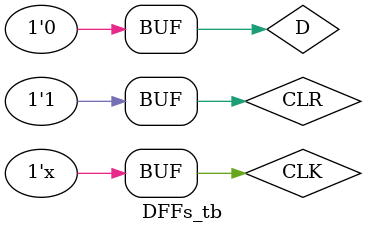
<source format=v>
`timescale 1ns / 1ps


module DFFs (D, CLR, CLK, Q);
    input D, CLR, CLK;
    output Q;
    reg Q;

    always @(posedge CLK)
        begin
        if (~CLR)
            Q <= 0;
        else
            Q <= D;
        end
    
endmodule

module DFFs_tb;
wire Q;
reg D, CLR, CLK;

DFFs dut(D, CLR, CLK, Q);

always
begin
#5 CLK <= ~CLK;
end

initial begin
CLK = 0;
D = 1'b0; CLR = 1'b1;
#10;
D = 1'b1; CLR = 1'b1;
#10;
D = 1'b1; CLR = 1'b0;
#10;
D = 1'b0; CLR = 1'b0;
#10;
D = 1'b1; CLR = 1'b0;
#10;
D = 1'b1; CLR = 1'b1;
#10;
D = 1'b0; CLR = 1'b1;
#10;
D = 1'b1; CLR = 1'b1;
#10;
D = 1'b0; CLR = 1'b1;
#10;

end
endmodule

</source>
